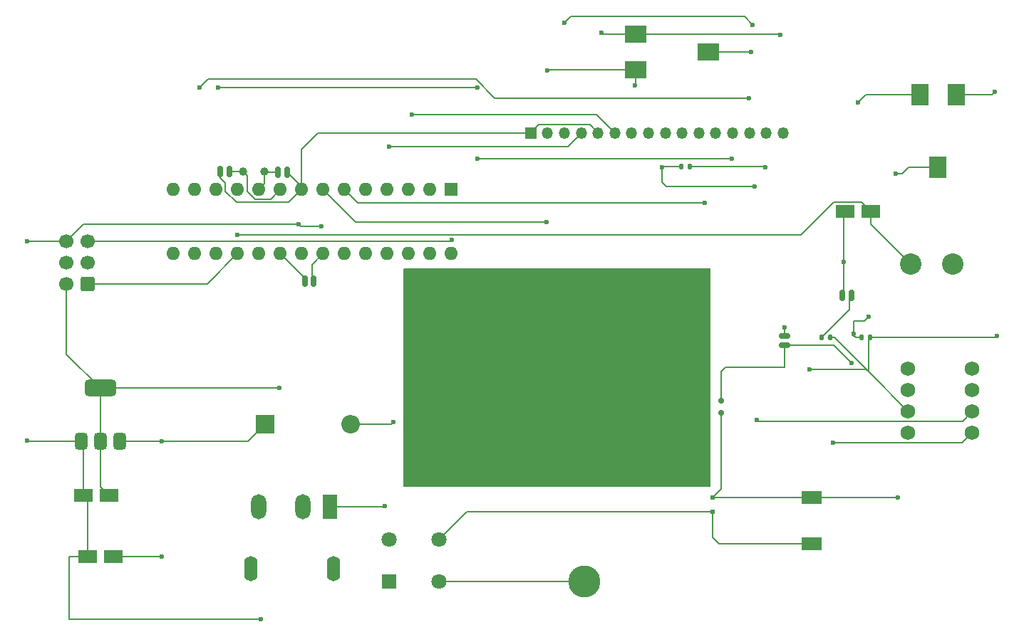
<source format=gbr>
%TF.GenerationSoftware,KiCad,Pcbnew,8.0.4*%
%TF.CreationDate,2025-05-14T15:51:55-04:00*%
%TF.ProjectId,am-receiver,616d2d72-6563-4656-9976-65722e6b6963,rev?*%
%TF.SameCoordinates,Original*%
%TF.FileFunction,Copper,L1,Top*%
%TF.FilePolarity,Positive*%
%FSLAX46Y46*%
G04 Gerber Fmt 4.6, Leading zero omitted, Abs format (unit mm)*
G04 Created by KiCad (PCBNEW 8.0.4) date 2025-05-14 15:51:55*
%MOMM*%
%LPD*%
G01*
G04 APERTURE LIST*
G04 Aperture macros list*
%AMRoundRect*
0 Rectangle with rounded corners*
0 $1 Rounding radius*
0 $2 $3 $4 $5 $6 $7 $8 $9 X,Y pos of 4 corners*
0 Add a 4 corners polygon primitive as box body*
4,1,4,$2,$3,$4,$5,$6,$7,$8,$9,$2,$3,0*
0 Add four circle primitives for the rounded corners*
1,1,$1+$1,$2,$3*
1,1,$1+$1,$4,$5*
1,1,$1+$1,$6,$7*
1,1,$1+$1,$8,$9*
0 Add four rect primitives between the rounded corners*
20,1,$1+$1,$2,$3,$4,$5,0*
20,1,$1+$1,$4,$5,$6,$7,0*
20,1,$1+$1,$6,$7,$8,$9,0*
20,1,$1+$1,$8,$9,$2,$3,0*%
G04 Aperture macros list end*
%TA.AperFunction,ComponentPad*%
%ADD10R,1.800000X1.800000*%
%TD*%
%TA.AperFunction,ComponentPad*%
%ADD11C,1.800000*%
%TD*%
%TA.AperFunction,SMDPad,CuDef*%
%ADD12R,2.200000X1.600000*%
%TD*%
%TA.AperFunction,SMDPad,CuDef*%
%ADD13R,0.500000X0.500000*%
%TD*%
%TA.AperFunction,SMDPad,CuDef*%
%ADD14RoundRect,0.135000X-0.135000X-0.185000X0.135000X-0.185000X0.135000X0.185000X-0.135000X0.185000X0*%
%TD*%
%TA.AperFunction,ComponentPad*%
%ADD15C,3.800000*%
%TD*%
%TA.AperFunction,SMDPad,CuDef*%
%ADD16RoundRect,0.375000X0.375000X-0.625000X0.375000X0.625000X-0.375000X0.625000X-0.375000X-0.625000X0*%
%TD*%
%TA.AperFunction,SMDPad,CuDef*%
%ADD17RoundRect,0.500000X1.400000X-0.500000X1.400000X0.500000X-1.400000X0.500000X-1.400000X-0.500000X0*%
%TD*%
%TA.AperFunction,SMDPad,CuDef*%
%ADD18R,2.400000X1.500000*%
%TD*%
%TA.AperFunction,SMDPad,CuDef*%
%ADD19RoundRect,0.135000X0.135000X0.185000X-0.135000X0.185000X-0.135000X-0.185000X0.135000X-0.185000X0*%
%TD*%
%TA.AperFunction,ComponentPad*%
%ADD20RoundRect,0.250000X0.600000X0.600000X-0.600000X0.600000X-0.600000X-0.600000X0.600000X-0.600000X0*%
%TD*%
%TA.AperFunction,ComponentPad*%
%ADD21C,1.700000*%
%TD*%
%TA.AperFunction,SMDPad,CuDef*%
%ADD22RoundRect,0.165000X-0.165000X-0.475000X0.165000X-0.475000X0.165000X0.475000X-0.165000X0.475000X0*%
%TD*%
%TA.AperFunction,SMDPad,CuDef*%
%ADD23RoundRect,0.165000X0.475000X-0.165000X0.475000X0.165000X-0.475000X0.165000X-0.475000X-0.165000X0*%
%TD*%
%TA.AperFunction,SMDPad,CuDef*%
%ADD24R,2.000000X2.500000*%
%TD*%
%TA.AperFunction,SMDPad,CuDef*%
%ADD25R,2.500000X2.000000*%
%TD*%
%TA.AperFunction,ComponentPad*%
%ADD26C,1.727200*%
%TD*%
%TA.AperFunction,ComponentPad*%
%ADD27R,1.350000X1.350000*%
%TD*%
%TA.AperFunction,ComponentPad*%
%ADD28O,1.350000X1.350000*%
%TD*%
%TA.AperFunction,SMDPad,CuDef*%
%ADD29RoundRect,0.150000X0.200000X-0.150000X0.200000X0.150000X-0.200000X0.150000X-0.200000X-0.150000X0*%
%TD*%
%TA.AperFunction,SMDPad,CuDef*%
%ADD30RoundRect,0.165000X0.165000X0.475000X-0.165000X0.475000X-0.165000X-0.475000X0.165000X-0.475000X0*%
%TD*%
%TA.AperFunction,ComponentPad*%
%ADD31C,2.540000*%
%TD*%
%TA.AperFunction,ComponentPad*%
%ADD32C,1.000000*%
%TD*%
%TA.AperFunction,ComponentPad*%
%ADD33R,1.600000X1.600000*%
%TD*%
%TA.AperFunction,ComponentPad*%
%ADD34O,1.600000X1.600000*%
%TD*%
%TA.AperFunction,ComponentPad*%
%ADD35R,2.200000X2.200000*%
%TD*%
%TA.AperFunction,ComponentPad*%
%ADD36O,2.200000X2.200000*%
%TD*%
%TA.AperFunction,ComponentPad*%
%ADD37R,1.800000X3.000000*%
%TD*%
%TA.AperFunction,ComponentPad*%
%ADD38O,1.800000X3.000000*%
%TD*%
%TA.AperFunction,ComponentPad*%
%ADD39O,1.600000X3.000000*%
%TD*%
%TA.AperFunction,ViaPad*%
%ADD40C,0.600000*%
%TD*%
%TA.AperFunction,Conductor*%
%ADD41C,0.200000*%
%TD*%
G04 APERTURE END LIST*
D10*
%TO.P,SW2,1,1*%
%TO.N,Net-(J1-Pad1)*%
X129750000Y-132000000D03*
D11*
%TO.P,SW2,2,2*%
%TO.N,Net-(D2-A)*%
X129750000Y-127000000D03*
%TO.P,SW2,3,3*%
%TO.N,Net-(AE1-A)*%
X135750000Y-132000000D03*
%TO.P,SW2,4,4*%
%TO.N,Net-(C1-Pad1)*%
X135750000Y-127000000D03*
%TD*%
D12*
%TO.P,PC3,1*%
%TO.N,Net-(C4-Pad1)*%
X184000000Y-88000000D03*
%TO.P,PC3,2*%
%TO.N,FreqRead Input*%
X187000000Y-88000000D03*
%TD*%
D13*
%TO.P,C1,1*%
%TO.N,Net-(C1-Pad1)*%
X168250000Y-123700000D03*
%TO.P,C1,2*%
%TO.N,GND*%
X168250000Y-122000000D03*
%TD*%
D14*
%TO.P,R1,1*%
%TO.N,Net-(D1-K)*%
X185895000Y-103000000D03*
%TO.P,R1,2*%
%TO.N,GND*%
X186915000Y-103000000D03*
%TD*%
D15*
%TO.P,AE1,1,A*%
%TO.N,Net-(AE1-A)*%
X153000000Y-132000000D03*
%TD*%
D16*
%TO.P,U3,1,GND*%
%TO.N,GND*%
X93200000Y-115300000D03*
%TO.P,U3,2,VO*%
%TO.N,Vcc*%
X95500000Y-115300000D03*
D17*
X95500000Y-109000000D03*
D16*
%TO.P,U3,3,VI*%
%TO.N,Net-(D2-K)*%
X97800000Y-115300000D03*
%TD*%
D18*
%TO.P,L1,1,1*%
%TO.N,Net-(C1-Pad1)*%
X180000000Y-127500000D03*
%TO.P,L1,2,2*%
%TO.N,GND*%
X180000000Y-122000000D03*
%TD*%
D19*
%TO.P,R4,1*%
%TO.N,Net-(J3-A)*%
X165515000Y-82650000D03*
%TO.P,R4,2*%
%TO.N,Vcc*%
X164495000Y-82650000D03*
%TD*%
D20*
%TO.P,J2,1,MISO*%
%TO.N,MISO*%
X94000000Y-96580000D03*
D21*
%TO.P,J2,2,VCC*%
%TO.N,Vcc*%
X91460000Y-96580000D03*
%TO.P,J2,3,SCK*%
%TO.N,SCK*%
X94000000Y-94040000D03*
%TO.P,J2,4,MOSI*%
%TO.N,MOSI*%
X91460000Y-94040000D03*
%TO.P,J2,5,~{RST}*%
%TO.N,RST*%
X94000000Y-91500000D03*
%TO.P,J2,6,GND*%
%TO.N,GND*%
X91460000Y-91500000D03*
%TD*%
D22*
%TO.P,C4,1*%
%TO.N,Net-(C4-Pad1)*%
X183615000Y-98000000D03*
%TO.P,C4,2*%
%TO.N,Net-(C4-Pad2)*%
X184695000Y-98000000D03*
%TD*%
D23*
%TO.P,C2,1*%
%TO.N,Net-(D1-K)*%
X176750000Y-103885000D03*
%TO.P,C2,2*%
%TO.N,GND*%
X176750000Y-102805000D03*
%TD*%
D22*
%TO.P,C6,1*%
%TO.N,GND*%
X109750000Y-83250000D03*
%TO.P,C6,2*%
%TO.N,Net-(U2-XTAL1{slash}PB6)*%
X110830000Y-83250000D03*
%TD*%
D24*
%TO.P,RV1,1,1*%
%TO.N,Net-(D1-K)*%
X192850000Y-74100000D03*
%TO.P,RV1,2,2*%
%TO.N,Net-(U1--)*%
X195000000Y-82750000D03*
%TO.P,RV1,3,3*%
%TO.N,GND*%
X197150000Y-74100000D03*
%TD*%
D25*
%TO.P,RV2,1,1*%
%TO.N,Vcc*%
X159100000Y-71150000D03*
%TO.P,RV2,2,2*%
%TO.N,Net-(J3-VO)*%
X167750000Y-69000000D03*
%TO.P,RV2,3,3*%
%TO.N,GND*%
X159100000Y-66850000D03*
%TD*%
D26*
%TO.P,U1,1,GAIN*%
%TO.N,unconnected-(U1-GAIN-Pad1)*%
X191440000Y-106690000D03*
%TO.P,U1,2,-*%
%TO.N,Net-(U1--)*%
X191440000Y-109230000D03*
%TO.P,U1,3,+*%
%TO.N,GND*%
X191440000Y-111770000D03*
%TO.P,U1,4,GND*%
X191440000Y-114310000D03*
%TO.P,U1,5*%
%TO.N,Net-(C4-Pad1)*%
X199060000Y-114310000D03*
%TO.P,U1,6,V+*%
%TO.N,Vcc*%
X199060000Y-111770000D03*
%TO.P,U1,7,BYPASS*%
%TO.N,unconnected-(U1-BYPASS-Pad7)*%
X199060000Y-109230000D03*
%TO.P,U1,8,GAIN*%
%TO.N,unconnected-(U1-GAIN-Pad8)*%
X199060000Y-106690000D03*
%TD*%
D14*
%TO.P,R2,1*%
%TO.N,Net-(C4-Pad2)*%
X181145000Y-103000000D03*
%TO.P,R2,2*%
%TO.N,GND*%
X182165000Y-103000000D03*
%TD*%
D27*
%TO.P,J3,1,VSS*%
%TO.N,GND*%
X146600000Y-78650000D03*
D28*
%TO.P,J3,2,VDD*%
%TO.N,Vcc*%
X148600000Y-78650000D03*
%TO.P,J3,3,VO*%
%TO.N,Net-(J3-VO)*%
X150600000Y-78650000D03*
%TO.P,J3,4,RS*%
%TO.N,Net-(J3-RS)*%
X152600000Y-78650000D03*
%TO.P,J3,5,RW*%
%TO.N,GND*%
X154600000Y-78650000D03*
%TO.P,J3,6,E*%
%TO.N,Net-(J3-E)*%
X156600000Y-78650000D03*
%TO.P,J3,7,DB0*%
%TO.N,unconnected-(J3-DB0-Pad7)*%
X158600000Y-78650000D03*
%TO.P,J3,8,DB1*%
%TO.N,unconnected-(J3-DB1-Pad8)*%
X160600000Y-78650000D03*
%TO.P,J3,9,DB2*%
%TO.N,unconnected-(J3-DB2-Pad9)*%
X162600000Y-78650000D03*
%TO.P,J3,10,DB3*%
%TO.N,unconnected-(J3-DB3-Pad10)*%
X164600000Y-78650000D03*
%TO.P,J3,11,DB4*%
%TO.N,Net-(J3-DB4)*%
X166600000Y-78650000D03*
%TO.P,J3,12,DB5*%
%TO.N,unconnected-(J3-DB5-Pad12)*%
X168600000Y-78650000D03*
%TO.P,J3,13,DB6*%
%TO.N,Net-(J3-DB6)*%
X170600000Y-78650000D03*
%TO.P,J3,14,DB7*%
%TO.N,Net-(J3-DB7)*%
X172600000Y-78650000D03*
%TO.P,J3,15,A*%
%TO.N,Net-(J3-A)*%
X174600000Y-78650000D03*
%TO.P,J3,16,K*%
%TO.N,GND*%
X176600000Y-78650000D03*
%TD*%
D12*
%TO.P,PC1,1*%
%TO.N,Net-(D2-K)*%
X97000000Y-129000000D03*
%TO.P,PC1,2*%
%TO.N,GND*%
X94000000Y-129000000D03*
%TD*%
D29*
%TO.P,D1,1,K*%
%TO.N,Net-(D1-K)*%
X169250000Y-110500000D03*
%TO.P,D1,2,A*%
%TO.N,GND*%
X169250000Y-111900000D03*
%TD*%
D30*
%TO.P,C5,1*%
%TO.N,GND*%
X117693125Y-83284333D03*
%TO.P,C5,2*%
%TO.N,Net-(U2-XTAL2{slash}PB7)*%
X116613125Y-83284333D03*
%TD*%
D31*
%TO.P,ST171,P$1*%
%TO.N,FreqRead Input*%
X191750000Y-94250000D03*
%TO.P,ST171,P$2*%
%TO.N,GND*%
X196750000Y-94250000D03*
%TD*%
D32*
%TO.P,Y1,1,1*%
%TO.N,Net-(U2-XTAL2{slash}PB7)*%
X115000000Y-83250000D03*
%TO.P,Y1,2,2*%
%TO.N,Net-(U2-XTAL1{slash}PB6)*%
X112460000Y-83250000D03*
%TD*%
D33*
%TO.P,U2,1,~{RESET}/PC6*%
%TO.N,RST*%
X137160000Y-85380000D03*
D34*
%TO.P,U2,2,PD0*%
%TO.N,unconnected-(U2-PD0-Pad2)*%
X134620000Y-85380000D03*
%TO.P,U2,3,PD1*%
%TO.N,Net-(J3-E)*%
X132080000Y-85380000D03*
%TO.P,U2,4,PD2*%
%TO.N,Net-(J3-RS)*%
X129540000Y-85380000D03*
%TO.P,U2,5,PD3*%
%TO.N,unconnected-(U2-PD3-Pad5)*%
X127000000Y-85380000D03*
%TO.P,U2,6,PD4*%
%TO.N,Net-(J3-DB4)*%
X124460000Y-85380000D03*
%TO.P,U2,7,VCC*%
%TO.N,Vcc*%
X121920000Y-85380000D03*
%TO.P,U2,8,GND*%
%TO.N,GND*%
X119380000Y-85380000D03*
%TO.P,U2,9,XTAL1/PB6*%
%TO.N,Net-(U2-XTAL1{slash}PB6)*%
X116840000Y-85380000D03*
%TO.P,U2,10,XTAL2/PB7*%
%TO.N,Net-(U2-XTAL2{slash}PB7)*%
X114300000Y-85380000D03*
%TO.P,U2,11,PD5*%
%TO.N,FreqRead Input*%
X111760000Y-85380000D03*
%TO.P,U2,12,PD6*%
%TO.N,Net-(J3-DB6)*%
X109220000Y-85380000D03*
%TO.P,U2,13,PD7*%
%TO.N,Net-(J3-DB7)*%
X106680000Y-85380000D03*
%TO.P,U2,14,PB0*%
%TO.N,unconnected-(U2-PB0-Pad14)*%
X104140000Y-85380000D03*
%TO.P,U2,15,PB1*%
%TO.N,unconnected-(U2-PB1-Pad15)*%
X104140000Y-93000000D03*
%TO.P,U2,16,PB2*%
%TO.N,unconnected-(U2-PB2-Pad16)*%
X106680000Y-93000000D03*
%TO.P,U2,17,PB3*%
%TO.N,MOSI*%
X109220000Y-93000000D03*
%TO.P,U2,18,PB4*%
%TO.N,MISO*%
X111760000Y-93000000D03*
%TO.P,U2,19,PB5*%
%TO.N,SCK*%
X114300000Y-93000000D03*
%TO.P,U2,20,AVCC*%
%TO.N,Vcc*%
X116840000Y-93000000D03*
%TO.P,U2,21,AREF*%
%TO.N,unconnected-(U2-AREF-Pad21)*%
X119380000Y-93000000D03*
%TO.P,U2,22,GND*%
%TO.N,GND*%
X121920000Y-93000000D03*
%TO.P,U2,23,PC0*%
%TO.N,unconnected-(U2-PC0-Pad23)*%
X124460000Y-93000000D03*
%TO.P,U2,24,PC1*%
%TO.N,unconnected-(U2-PC1-Pad24)*%
X127000000Y-93000000D03*
%TO.P,U2,25,PC2*%
%TO.N,unconnected-(U2-PC2-Pad25)*%
X129540000Y-93000000D03*
%TO.P,U2,26,PC3*%
%TO.N,unconnected-(U2-PC3-Pad26)*%
X132080000Y-93000000D03*
%TO.P,U2,27,PC4*%
%TO.N,unconnected-(U2-PC4-Pad27)*%
X134620000Y-93000000D03*
%TO.P,U2,28,PC5*%
%TO.N,unconnected-(U2-PC5-Pad28)*%
X137160000Y-93000000D03*
%TD*%
D12*
%TO.P,PC2,1*%
%TO.N,Vcc*%
X96500000Y-121750000D03*
%TO.P,PC2,2*%
%TO.N,GND*%
X93500000Y-121750000D03*
%TD*%
D35*
%TO.P,D2,1,K*%
%TO.N,Net-(D2-K)*%
X115090000Y-113250000D03*
D36*
%TO.P,D2,2,A*%
%TO.N,Net-(D2-A)*%
X125250000Y-113250000D03*
%TD*%
D37*
%TO.P,J1,1*%
%TO.N,Net-(J1-Pad1)*%
X122750000Y-123150000D03*
D38*
%TO.P,J1,2*%
%TO.N,GND*%
X114250000Y-123150000D03*
%TO.P,J1,3*%
X119550000Y-123150000D03*
D39*
%TO.P,J1,SH*%
%TO.N,N/C*%
X113350000Y-130450000D03*
X123150000Y-130450000D03*
%TD*%
D22*
%TO.P,C3,1*%
%TO.N,Vcc*%
X119750000Y-96250000D03*
%TO.P,C3,2*%
%TO.N,GND*%
X120830000Y-96250000D03*
%TD*%
D40*
%TO.N,GND*%
X121750000Y-89750000D03*
X179750000Y-106750000D03*
X190250000Y-122000000D03*
X176250000Y-67000000D03*
X155000000Y-66750000D03*
X176750000Y-101750000D03*
X202000000Y-102750000D03*
X201750000Y-73750000D03*
X86750000Y-115250000D03*
X119000000Y-89500000D03*
X114500000Y-136500000D03*
X86750000Y-91500000D03*
%TO.N,Net-(D1-K)*%
X185000000Y-102500000D03*
X186750000Y-100500000D03*
X184750000Y-106000000D03*
X185500000Y-75000000D03*
%TO.N,Net-(C4-Pad1)*%
X182500000Y-115500000D03*
X183835000Y-94000000D03*
%TO.N,Net-(D2-K)*%
X102750000Y-115300000D03*
X102750000Y-129000000D03*
%TO.N,Net-(D2-A)*%
X130250000Y-113000000D03*
%TO.N,Net-(J1-Pad1)*%
X129250000Y-123000000D03*
%TO.N,RST*%
X137250000Y-91350000D03*
%TO.N,FreqRead Input*%
X111750000Y-90750000D03*
%TO.N,Vcc*%
X162250000Y-82750000D03*
X148600000Y-71250000D03*
X173500000Y-112750000D03*
X116750000Y-109000000D03*
X148500000Y-89250000D03*
X159000000Y-73000000D03*
X173250000Y-85000000D03*
%TO.N,Net-(J3-RS)*%
X129750000Y-80250000D03*
%TO.N,Net-(J3-DB7)*%
X107250000Y-73250000D03*
X172500000Y-74500000D03*
%TO.N,Net-(J3-A)*%
X174500000Y-82750000D03*
%TO.N,Net-(J3-DB6)*%
X170500000Y-81750000D03*
X140250000Y-73250000D03*
X140250000Y-81750000D03*
X109500000Y-73250000D03*
%TO.N,Net-(J3-E)*%
X132500000Y-76500000D03*
%TO.N,Net-(J3-DB4)*%
X167250000Y-87000000D03*
%TO.N,Net-(J3-VO)*%
X173000000Y-65750000D03*
X150600000Y-65500000D03*
X172750000Y-69000000D03*
%TO.N,Net-(U1--)*%
X190000000Y-83500000D03*
%TD*%
D41*
%TO.N,Net-(AE1-A)*%
X135750000Y-132000000D02*
X152750000Y-132000000D01*
%TO.N,Net-(C1-Pad1)*%
X135750000Y-127000000D02*
X139050000Y-123700000D01*
X168250000Y-126750000D02*
X168250000Y-123700000D01*
X139050000Y-123700000D02*
X168250000Y-123700000D01*
X169000000Y-127500000D02*
X168250000Y-126750000D01*
X180000000Y-127500000D02*
X169000000Y-127500000D01*
%TO.N,GND*%
X110320000Y-85570000D02*
X110320000Y-84570000D01*
X182670000Y-103000000D02*
X186725000Y-107055000D01*
X154600000Y-78650000D02*
X153625000Y-77675000D01*
X176750000Y-103025000D02*
X176750000Y-101750000D01*
X86800000Y-115300000D02*
X93200000Y-115300000D01*
X191440000Y-111770000D02*
X186725000Y-107055000D01*
X159100000Y-66850000D02*
X176100000Y-66850000D01*
X94000000Y-122250000D02*
X93500000Y-121750000D01*
X202000000Y-102750000D02*
X201750000Y-103000000D01*
X94000000Y-129000000D02*
X94000000Y-122250000D01*
X119380000Y-84971208D02*
X119380000Y-85380000D01*
X153625000Y-77675000D02*
X147575000Y-77675000D01*
X119380000Y-80620000D02*
X121350000Y-78650000D01*
X114500000Y-136500000D02*
X91750000Y-136500000D01*
X117860000Y-86900000D02*
X111650000Y-86900000D01*
X155100000Y-66850000D02*
X155000000Y-66750000D01*
X91460000Y-91500000D02*
X93460000Y-89500000D01*
X91750000Y-129000000D02*
X94000000Y-129000000D01*
X120610000Y-96250000D02*
X120610000Y-94310000D01*
X109750000Y-84000000D02*
X109750000Y-83250000D01*
X119380000Y-85380000D02*
X117860000Y-86900000D01*
X110320000Y-84570000D02*
X109750000Y-84000000D01*
X120610000Y-94310000D02*
X121920000Y-93000000D01*
X186725000Y-103000000D02*
X186725000Y-107055000D01*
X91460000Y-91500000D02*
X86750000Y-91500000D01*
X159100000Y-66850000D02*
X155100000Y-66850000D01*
X186420000Y-106750000D02*
X186725000Y-107055000D01*
X176100000Y-66850000D02*
X176250000Y-67000000D01*
X91750000Y-136500000D02*
X91750000Y-129000000D01*
X86750000Y-115250000D02*
X86800000Y-115300000D01*
X179750000Y-106750000D02*
X186420000Y-106750000D01*
X121350000Y-78650000D02*
X146600000Y-78650000D01*
X201750000Y-73750000D02*
X201400000Y-74100000D01*
X181975000Y-103000000D02*
X182670000Y-103000000D01*
X169250000Y-111900000D02*
X169250000Y-121000000D01*
X119250000Y-89750000D02*
X119000000Y-89500000D01*
X117693125Y-83284333D02*
X119380000Y-84971208D01*
X147575000Y-77675000D02*
X146600000Y-78650000D01*
X201750000Y-103000000D02*
X186725000Y-103000000D01*
X93500000Y-115600000D02*
X93200000Y-115300000D01*
X93500000Y-121750000D02*
X93500000Y-115600000D01*
X119380000Y-85380000D02*
X119380000Y-80620000D01*
X93460000Y-89500000D02*
X119000000Y-89500000D01*
X111650000Y-86900000D02*
X110320000Y-85570000D01*
X201400000Y-74100000D02*
X197150000Y-74100000D01*
X180000000Y-122000000D02*
X168250000Y-122000000D01*
X190250000Y-122000000D02*
X180000000Y-122000000D01*
X121750000Y-89750000D02*
X119250000Y-89750000D01*
X169250000Y-121000000D02*
X168250000Y-122000000D01*
%TO.N,Net-(D1-K)*%
X176750000Y-103885000D02*
X182635000Y-103885000D01*
X169250000Y-110500000D02*
X169250000Y-107000000D01*
X176750000Y-106500000D02*
X176750000Y-103665000D01*
X186250000Y-101000000D02*
X185000000Y-101000000D01*
X182635000Y-103885000D02*
X184750000Y-106000000D01*
X185000000Y-101000000D02*
X185000000Y-102500000D01*
X185250000Y-103000000D02*
X186085000Y-103000000D01*
X186750000Y-100500000D02*
X186250000Y-101000000D01*
X169250000Y-107000000D02*
X169750000Y-106500000D01*
X185000000Y-102500000D02*
X185000000Y-102750000D01*
X186400000Y-74100000D02*
X185500000Y-75000000D01*
X192850000Y-74100000D02*
X186400000Y-74100000D01*
X185000000Y-102750000D02*
X185250000Y-103000000D01*
X169750000Y-106500000D02*
X176750000Y-106500000D01*
%TO.N,MISO*%
X108180000Y-96580000D02*
X111760000Y-93000000D01*
X94000000Y-96580000D02*
X108180000Y-96580000D01*
%TO.N,Net-(C4-Pad2)*%
X181335000Y-103000000D02*
X181335000Y-102800001D01*
X184475000Y-99660001D02*
X184475000Y-98000000D01*
X181335000Y-102800001D02*
X184475000Y-99660001D01*
%TO.N,Net-(C4-Pad1)*%
X199060000Y-114310000D02*
X197870000Y-115500000D01*
X183835000Y-88165000D02*
X183835000Y-94000000D01*
X197870000Y-115500000D02*
X182500000Y-115500000D01*
X183835000Y-94000000D02*
X183835000Y-98000000D01*
X184000000Y-88000000D02*
X183835000Y-88165000D01*
%TO.N,Net-(U2-XTAL2{slash}PB7)*%
X115000000Y-83250000D02*
X115000000Y-84680000D01*
X116613125Y-83284333D02*
X115034333Y-83284333D01*
X115000000Y-84680000D02*
X114300000Y-85380000D01*
X115034333Y-83284333D02*
X115000000Y-83250000D01*
%TO.N,Net-(U2-XTAL1{slash}PB6)*%
X115720000Y-86500000D02*
X116840000Y-85380000D01*
X112959999Y-83749999D02*
X112959999Y-85595634D01*
X110830000Y-83250000D02*
X112460000Y-83250000D01*
X112959999Y-85595634D02*
X113864365Y-86500000D01*
X113864365Y-86500000D02*
X115720000Y-86500000D01*
X112460000Y-83250000D02*
X112959999Y-83749999D01*
%TO.N,Net-(D2-K)*%
X97800000Y-115300000D02*
X102750000Y-115300000D01*
X113040000Y-115300000D02*
X115090000Y-113250000D01*
X102750000Y-129000000D02*
X97000000Y-129000000D01*
X102750000Y-115300000D02*
X113040000Y-115300000D01*
%TO.N,Net-(D2-A)*%
X130000000Y-113250000D02*
X125250000Y-113250000D01*
X130250000Y-113000000D02*
X130000000Y-113250000D01*
%TO.N,Net-(J1-Pad1)*%
X122750000Y-123150000D02*
X129100000Y-123150000D01*
X129100000Y-123150000D02*
X129250000Y-123000000D01*
%TO.N,RST*%
X137100000Y-91500000D02*
X137250000Y-91350000D01*
X94000000Y-91500000D02*
X137100000Y-91500000D01*
%TO.N,FreqRead Input*%
X187000000Y-88000000D02*
X187000000Y-89500000D01*
X178750000Y-90750000D02*
X111750000Y-90750000D01*
X187000000Y-89500000D02*
X191750000Y-94250000D01*
X185900000Y-86900000D02*
X182600000Y-86900000D01*
X182600000Y-86900000D02*
X178750000Y-90750000D01*
X187000000Y-88000000D02*
X185900000Y-86900000D01*
%TO.N,Vcc*%
X148700000Y-71150000D02*
X159100000Y-71150000D01*
X95500000Y-109000000D02*
X116750000Y-109000000D01*
X148600000Y-71250000D02*
X148700000Y-71150000D01*
X148500000Y-89250000D02*
X125790000Y-89250000D01*
X159000000Y-73000000D02*
X159100000Y-72900000D01*
X119970000Y-96130000D02*
X116840000Y-93000000D01*
X95500000Y-115300000D02*
X95500000Y-120750000D01*
X119970000Y-96250000D02*
X119970000Y-96130000D01*
X159100000Y-72900000D02*
X159100000Y-71150000D01*
X162750000Y-85000000D02*
X173250000Y-85000000D01*
X162250000Y-84500000D02*
X162750000Y-85000000D01*
X95500000Y-109000000D02*
X95500000Y-115300000D01*
X197896400Y-112933600D02*
X199060000Y-111770000D01*
X91460000Y-104960000D02*
X95500000Y-109000000D01*
X162350000Y-82650000D02*
X162250000Y-82750000D01*
X164495000Y-82650000D02*
X162350000Y-82650000D01*
X91460000Y-96580000D02*
X91460000Y-104960000D01*
X125790000Y-89250000D02*
X121920000Y-85380000D01*
X162250000Y-82750000D02*
X162250000Y-84500000D01*
X95500000Y-120750000D02*
X96500000Y-121750000D01*
X173683600Y-112933600D02*
X197896400Y-112933600D01*
X173500000Y-112750000D02*
X173683600Y-112933600D01*
%TO.N,Net-(J3-RS)*%
X129750000Y-80250000D02*
X151000000Y-80250000D01*
X151000000Y-80250000D02*
X152600000Y-78650000D01*
%TO.N,Net-(J3-DB7)*%
X142348529Y-74500000D02*
X140098529Y-72250000D01*
X106680000Y-85350000D02*
X106680000Y-85380000D01*
X140098529Y-72250000D02*
X108250000Y-72250000D01*
X172500000Y-74500000D02*
X142348529Y-74500000D01*
X108250000Y-72250000D02*
X107250000Y-73250000D01*
%TO.N,Net-(J3-A)*%
X174400000Y-82650000D02*
X165325000Y-82650000D01*
X174500000Y-82750000D02*
X174400000Y-82650000D01*
%TO.N,Net-(J3-DB6)*%
X140250000Y-81750000D02*
X170500000Y-81750000D01*
X109500000Y-73250000D02*
X140250000Y-73250000D01*
%TO.N,Net-(J3-E)*%
X154450000Y-76500000D02*
X156600000Y-78650000D01*
X132500000Y-76500000D02*
X154450000Y-76500000D01*
%TO.N,Net-(J3-DB4)*%
X124460000Y-85380000D02*
X126080000Y-87000000D01*
X126080000Y-87000000D02*
X167250000Y-87000000D01*
%TO.N,Net-(J3-VO)*%
X173000000Y-65750000D02*
X172000000Y-64750000D01*
X172750000Y-69000000D02*
X167750000Y-69000000D01*
X151350000Y-64750000D02*
X150600000Y-65500000D01*
X172000000Y-64750000D02*
X151350000Y-64750000D01*
%TO.N,Net-(U1--)*%
X190750000Y-83500000D02*
X191500000Y-82750000D01*
X190000000Y-83500000D02*
X190750000Y-83500000D01*
X191500000Y-82750000D02*
X195000000Y-82750000D01*
%TD*%
%TA.AperFunction,NonConductor*%
G36*
X167943039Y-94769685D02*
G01*
X167988794Y-94822489D01*
X168000000Y-94874000D01*
X168000000Y-120626000D01*
X167980315Y-120693039D01*
X167927511Y-120738794D01*
X167876000Y-120750000D01*
X131624000Y-120750000D01*
X131556961Y-120730315D01*
X131511206Y-120677511D01*
X131500000Y-120626000D01*
X131500000Y-94874000D01*
X131519685Y-94806961D01*
X131572489Y-94761206D01*
X131624000Y-94750000D01*
X167876000Y-94750000D01*
X167943039Y-94769685D01*
G37*
%TD.AperFunction*%
M02*

</source>
